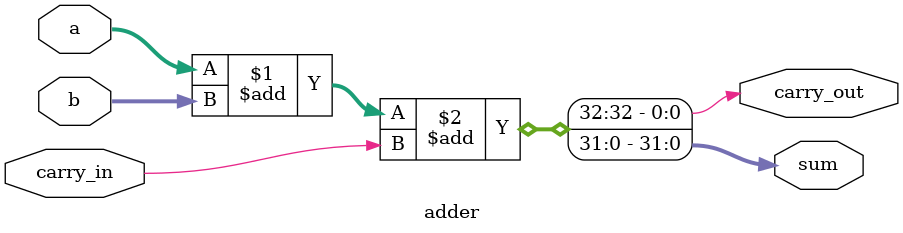
<source format=v>
module adder #(parameter WIDTH = 32) 
(
    input [WIDTH-1:0] a,
    input [WIDTH-1:0] b,
    input carry_in,
    output [WIDTH-1:0] sum,
    output carry_out
);
    assign {carry_out, sum} = a + b + carry_in;
endmodule
</source>
